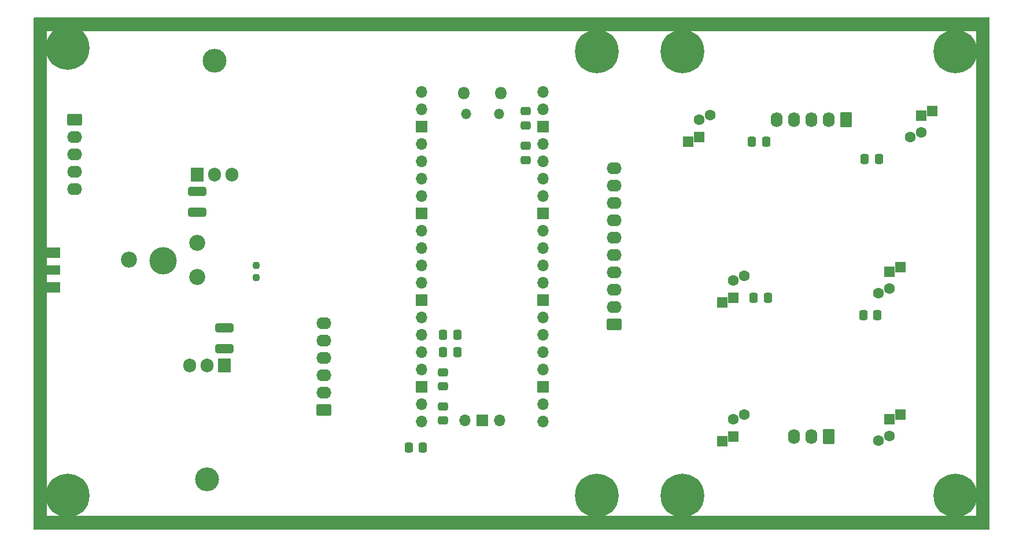
<source format=gbs>
G04 #@! TF.GenerationSoftware,KiCad,Pcbnew,7.0.7*
G04 #@! TF.CreationDate,2023-12-01T19:11:22+01:00*
G04 #@! TF.ProjectId,AWG,4157472e-6b69-4636-9164-5f7063625858,rev?*
G04 #@! TF.SameCoordinates,Original*
G04 #@! TF.FileFunction,Soldermask,Bot*
G04 #@! TF.FilePolarity,Negative*
%FSLAX46Y46*%
G04 Gerber Fmt 4.6, Leading zero omitted, Abs format (unit mm)*
G04 Created by KiCad (PCBNEW 7.0.7) date 2023-12-01 19:11:22*
%MOMM*%
%LPD*%
G01*
G04 APERTURE LIST*
G04 Aperture macros list*
%AMRoundRect*
0 Rectangle with rounded corners*
0 $1 Rounding radius*
0 $2 $3 $4 $5 $6 $7 $8 $9 X,Y pos of 4 corners*
0 Add a 4 corners polygon primitive as box body*
4,1,4,$2,$3,$4,$5,$6,$7,$8,$9,$2,$3,0*
0 Add four circle primitives for the rounded corners*
1,1,$1+$1,$2,$3*
1,1,$1+$1,$4,$5*
1,1,$1+$1,$6,$7*
1,1,$1+$1,$8,$9*
0 Add four rect primitives between the rounded corners*
20,1,$1+$1,$2,$3,$4,$5,0*
20,1,$1+$1,$4,$5,$6,$7,0*
20,1,$1+$1,$6,$7,$8,$9,0*
20,1,$1+$1,$8,$9,$2,$3,0*%
G04 Aperture macros list end*
%ADD10R,1.600000X1.600000*%
%ADD11C,1.600000*%
%ADD12RoundRect,0.249999X0.845001X-0.620001X0.845001X0.620001X-0.845001X0.620001X-0.845001X-0.620001X0*%
%ADD13O,2.190000X1.740000*%
%ADD14RoundRect,0.249999X0.620001X0.845001X-0.620001X0.845001X-0.620001X-0.845001X0.620001X-0.845001X0*%
%ADD15O,1.740000X2.190000*%
%ADD16O,3.500000X3.500000*%
%ADD17R,1.905000X2.000000*%
%ADD18O,1.905000X2.000000*%
%ADD19C,4.000000*%
%ADD20C,2.340000*%
%ADD21O,1.800000X1.800000*%
%ADD22O,1.500000X1.500000*%
%ADD23O,1.700000X1.700000*%
%ADD24R,1.700000X1.700000*%
%ADD25C,0.800000*%
%ADD26C,6.400000*%
%ADD27RoundRect,0.249999X-0.845001X0.620001X-0.845001X-0.620001X0.845001X-0.620001X0.845001X0.620001X0*%
%ADD28RoundRect,0.250000X0.475000X-0.337500X0.475000X0.337500X-0.475000X0.337500X-0.475000X-0.337500X0*%
%ADD29RoundRect,0.250000X-0.475000X0.337500X-0.475000X-0.337500X0.475000X-0.337500X0.475000X0.337500X0*%
%ADD30RoundRect,0.250000X-0.337500X-0.475000X0.337500X-0.475000X0.337500X0.475000X-0.337500X0.475000X0*%
%ADD31RoundRect,0.250000X0.337500X0.475000X-0.337500X0.475000X-0.337500X-0.475000X0.337500X-0.475000X0*%
%ADD32R,4.000000X1.400000*%
%ADD33R,4.000000X1.500000*%
%ADD34RoundRect,0.237500X0.237500X-0.250000X0.237500X0.250000X-0.237500X0.250000X-0.237500X-0.250000X0*%
%ADD35RoundRect,0.250000X1.075000X-0.400000X1.075000X0.400000X-1.075000X0.400000X-1.075000X-0.400000X0*%
G04 APERTURE END LIST*
D10*
X242440000Y-111360000D03*
X240840000Y-112030937D03*
D11*
X242440000Y-108860000D03*
X244040000Y-108189063D03*
D10*
X240840000Y-91710937D03*
X242440000Y-91040000D03*
D11*
X244040000Y-87869063D03*
X242440000Y-88540000D03*
D10*
X265300000Y-87230000D03*
X266900000Y-86559063D03*
D11*
X263700000Y-90400937D03*
X265300000Y-89730000D03*
D10*
X270000000Y-64370000D03*
X271600000Y-63699063D03*
D11*
X268400000Y-67540937D03*
X270000000Y-66870000D03*
D12*
X225000000Y-95000000D03*
D13*
X225000000Y-92460000D03*
X225000000Y-89920000D03*
X225000000Y-87380000D03*
X225000000Y-84840000D03*
X225000000Y-82300000D03*
X225000000Y-79760000D03*
X225000000Y-77220000D03*
X225000000Y-74680000D03*
X225000000Y-72140000D03*
D14*
X256410000Y-111360000D03*
D15*
X253870000Y-111360000D03*
X251330000Y-111360000D03*
D14*
X258950000Y-65000000D03*
D15*
X256410000Y-65000000D03*
X253870000Y-65000000D03*
X251330000Y-65000000D03*
X248790000Y-65000000D03*
D12*
X182500000Y-107500000D03*
D13*
X182500000Y-104960000D03*
X182500000Y-102420000D03*
X182500000Y-99880000D03*
X182500000Y-97340000D03*
X182500000Y-94800000D03*
D16*
X165460000Y-117660000D03*
D17*
X168000000Y-101000000D03*
D18*
X165460000Y-101000000D03*
X162920000Y-101000000D03*
D19*
X159000000Y-85650000D03*
D20*
X164000000Y-83000000D03*
X154000000Y-85500000D03*
X164000000Y-88000000D03*
D21*
X208465000Y-61090000D03*
D22*
X208165000Y-64120000D03*
D21*
X203015000Y-61090000D03*
D22*
X203315000Y-64120000D03*
D23*
X196850000Y-60960000D03*
X196850000Y-63500000D03*
D24*
X196850000Y-66040000D03*
D23*
X196850000Y-68580000D03*
X196850000Y-71120000D03*
X196850000Y-73660000D03*
X196850000Y-76200000D03*
D24*
X196850000Y-78740000D03*
D23*
X196850000Y-81280000D03*
X196850000Y-83820000D03*
X196850000Y-86360000D03*
X196850000Y-88900000D03*
D24*
X196850000Y-91440000D03*
D23*
X196850000Y-93980000D03*
X196850000Y-96520000D03*
X196850000Y-99060000D03*
X196850000Y-101600000D03*
D24*
X196850000Y-104140000D03*
D23*
X196850000Y-106680000D03*
X196850000Y-109220000D03*
X214630000Y-109220000D03*
X214630000Y-106680000D03*
D24*
X214630000Y-104140000D03*
D23*
X214630000Y-101600000D03*
X214630000Y-99060000D03*
X214630000Y-96520000D03*
X214630000Y-93980000D03*
D24*
X214630000Y-91440000D03*
D23*
X214630000Y-88900000D03*
X214630000Y-86360000D03*
X214630000Y-83820000D03*
X214630000Y-81280000D03*
D24*
X214630000Y-78740000D03*
D23*
X214630000Y-76200000D03*
X214630000Y-73660000D03*
X214630000Y-71120000D03*
X214630000Y-68580000D03*
D24*
X214630000Y-66040000D03*
D23*
X214630000Y-63500000D03*
X214630000Y-60960000D03*
X203200000Y-108990000D03*
D24*
X205740000Y-108990000D03*
D23*
X208280000Y-108990000D03*
D10*
X265300000Y-108820000D03*
X266900000Y-108149063D03*
D11*
X265300000Y-111320000D03*
X263700000Y-111990937D03*
D25*
X273302944Y-118302944D03*
X276697056Y-121697056D03*
X277400000Y-120000000D03*
X273302944Y-121697056D03*
X275000000Y-122400000D03*
D26*
X275000000Y-120000000D03*
D25*
X276697056Y-118302944D03*
X275000000Y-117600000D03*
X272600000Y-120000000D03*
X142600000Y-54500000D03*
X143302944Y-56197056D03*
X145000000Y-56900000D03*
X145000000Y-52100000D03*
X147400000Y-54500000D03*
D26*
X145000000Y-54500000D03*
D25*
X143302944Y-52802944D03*
X146697056Y-56197056D03*
X146697056Y-52802944D03*
X275000000Y-57400000D03*
X273302944Y-53302944D03*
X275000000Y-52600000D03*
X272600000Y-55000000D03*
X277400000Y-55000000D03*
D26*
X275000000Y-55000000D03*
D25*
X273302944Y-56697056D03*
X276697056Y-56697056D03*
X276697056Y-53302944D03*
X143302944Y-121697056D03*
X145000000Y-122400000D03*
X143302944Y-118302944D03*
X145000000Y-117600000D03*
X147400000Y-120000000D03*
X146697056Y-121697056D03*
X146697056Y-118302944D03*
D26*
X145000000Y-120000000D03*
D25*
X142600000Y-120000000D03*
D10*
X237500000Y-67500000D03*
X235900000Y-68170937D03*
D11*
X237500000Y-65000000D03*
X239100000Y-64329063D03*
D25*
X235000000Y-122400000D03*
X232600000Y-120000000D03*
X233302944Y-118302944D03*
X237400000Y-120000000D03*
X233302944Y-121697056D03*
X235000000Y-117600000D03*
X236697056Y-121697056D03*
D26*
X235000000Y-120000000D03*
D25*
X236697056Y-118302944D03*
X222500000Y-52600000D03*
X224900000Y-55000000D03*
D26*
X222500000Y-55000000D03*
D25*
X224197056Y-56697056D03*
X222500000Y-57400000D03*
X220802944Y-53302944D03*
X224197056Y-53302944D03*
X220100000Y-55000000D03*
X220802944Y-56697056D03*
X222500000Y-122400000D03*
X220802944Y-118302944D03*
X220100000Y-120000000D03*
D26*
X222500000Y-120000000D03*
D25*
X220802944Y-121697056D03*
X224197056Y-121697056D03*
X224197056Y-118302944D03*
X222500000Y-117600000D03*
X224900000Y-120000000D03*
X236697056Y-53302944D03*
X233302944Y-56697056D03*
D26*
X235000000Y-55000000D03*
D25*
X236697056Y-56697056D03*
X237400000Y-55000000D03*
X232600000Y-55000000D03*
X235000000Y-52600000D03*
X233302944Y-53302944D03*
X235000000Y-57400000D03*
D27*
X146000000Y-65000000D03*
D13*
X146000000Y-67540000D03*
X146000000Y-70080000D03*
X146000000Y-72620000D03*
X146000000Y-75160000D03*
D16*
X166540000Y-56340000D03*
D17*
X164000000Y-73000000D03*
D18*
X166540000Y-73000000D03*
X169080000Y-73000000D03*
D28*
X212090000Y-70887500D03*
X212090000Y-68812500D03*
D29*
X212090000Y-63732500D03*
X212090000Y-65807500D03*
D30*
X245445000Y-91040000D03*
X247520000Y-91040000D03*
X261490000Y-93580000D03*
X263565000Y-93580000D03*
X245212500Y-68180000D03*
X247287500Y-68180000D03*
X261722500Y-70720000D03*
X263797500Y-70720000D03*
D31*
X197037500Y-113000000D03*
X194962500Y-113000000D03*
D29*
X200000000Y-106962500D03*
X200000000Y-109037500D03*
X200000000Y-101962500D03*
X200000000Y-104037500D03*
D30*
X200000000Y-99060000D03*
X202075000Y-99060000D03*
D32*
X142000000Y-87000000D03*
D33*
X142000000Y-89540000D03*
X142000000Y-84460000D03*
D34*
X172600000Y-88112500D03*
X172600000Y-86287500D03*
D35*
X168000000Y-98550000D03*
X168000000Y-95450000D03*
D30*
X199962500Y-96520000D03*
X202037500Y-96520000D03*
D35*
X164000000Y-78550000D03*
X164000000Y-75450000D03*
G36*
X279942121Y-50020002D02*
G01*
X279988614Y-50073658D01*
X280000000Y-50126000D01*
X280000000Y-52128000D01*
X279979998Y-52196121D01*
X279926342Y-52242614D01*
X279874000Y-52254000D01*
X278126000Y-52254000D01*
X278057879Y-52233998D01*
X278011386Y-52180342D01*
X278000000Y-52128000D01*
X278000000Y-52000000D01*
X142000000Y-52000000D01*
X142000000Y-52128000D01*
X141979998Y-52196121D01*
X141926342Y-52242614D01*
X141874000Y-52254000D01*
X140126000Y-52254000D01*
X140057879Y-52233998D01*
X140011386Y-52180342D01*
X140000000Y-52128000D01*
X140000000Y-50126000D01*
X140020002Y-50057879D01*
X140073658Y-50011386D01*
X140126000Y-50000000D01*
X279874000Y-50000000D01*
X279942121Y-50020002D01*
G37*
G36*
X142001550Y-51746076D02*
G01*
X142021798Y-51747071D01*
X142027955Y-51747677D01*
X142039326Y-51749364D01*
X142103775Y-51779145D01*
X142141891Y-51839042D01*
X142141574Y-51910038D01*
X142102924Y-51969592D01*
X142038212Y-51998796D01*
X142020838Y-52000000D01*
X142000000Y-52000000D01*
X142000000Y-123000000D01*
X278000000Y-123000000D01*
X278000000Y-52000000D01*
X277979162Y-52000000D01*
X277911041Y-51979998D01*
X277864548Y-51926342D01*
X277854444Y-51856068D01*
X277883938Y-51791488D01*
X277943664Y-51753104D01*
X277960671Y-51749364D01*
X277972043Y-51747677D01*
X277978201Y-51747071D01*
X277998451Y-51746076D01*
X278001542Y-51746000D01*
X279874000Y-51746000D01*
X279942121Y-51766002D01*
X279988614Y-51819658D01*
X280000000Y-51872000D01*
X280000000Y-124874000D01*
X279979998Y-124942121D01*
X279926342Y-124988614D01*
X279874000Y-125000000D01*
X140126000Y-125000000D01*
X140057879Y-124979998D01*
X140011386Y-124926342D01*
X140000000Y-124874000D01*
X140000000Y-51872000D01*
X140020002Y-51803879D01*
X140073658Y-51757386D01*
X140126000Y-51746000D01*
X141998458Y-51746000D01*
X142001550Y-51746076D01*
G37*
M02*

</source>
